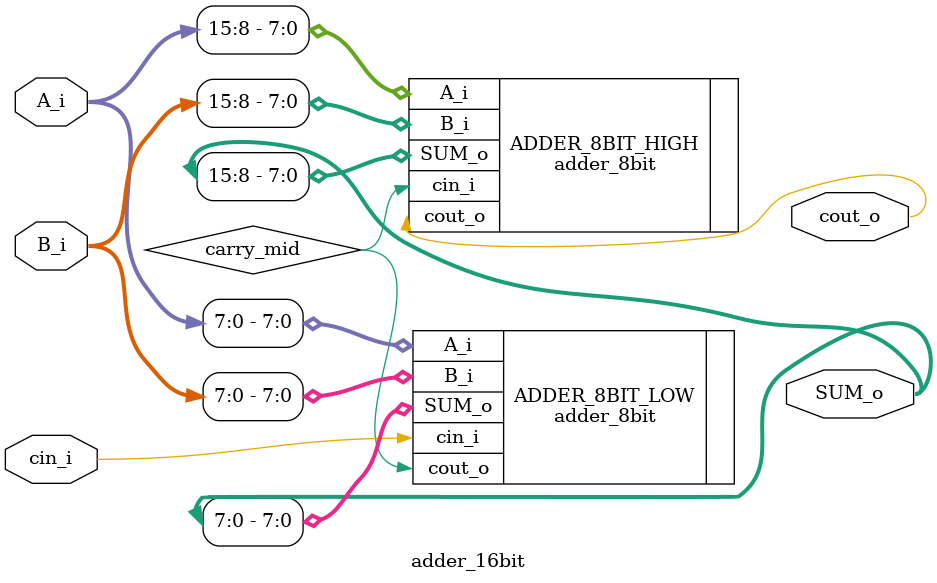
<source format=sv>
module adder_16bit (
    input  logic [15:0] A_i,       // 16-bit input A
    input  logic [15:0] B_i,       // 16-bit input B
    input  logic        cin_i,     // Initial carry input
    output logic [15:0] SUM_o,     // 16-bit sum output
    output logic        cout_o     // Final carry output
);
    logic carry_mid; // Carry between the two 8-bit adders

    // Lower 8 bits
    adder_8bit ADDER_8BIT_LOW (
        .A_i   (A_i[7:0]  ),
        .B_i   (B_i[7:0]  ),
        .cin_i (cin_i     ),
        .SUM_o (SUM_o[7:0]),
        .cout_o(carry_mid )
    );

    // Upper 8 bits
    adder_8bit ADDER_8BIT_HIGH (
        .A_i   (A_i[15:8]  ),
        .B_i   (B_i[15:8]  ),
        .cin_i (carry_mid  ),
        .SUM_o (SUM_o[15:8]),
        .cout_o(cout_o     )
    );

endmodule

</source>
